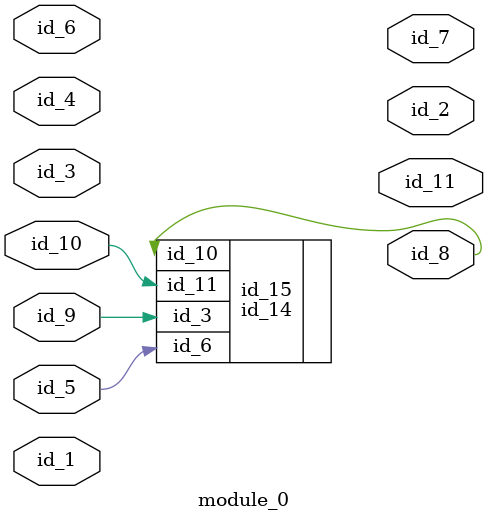
<source format=v>
module module_0 (
    id_1,
    id_2,
    id_3,
    id_4,
    id_5,
    id_6,
    id_7,
    id_8,
    id_9,
    id_10,
    id_11
);
  output id_11;
  input id_10;
  input id_9;
  output id_8;
  output id_7;
  input id_6;
  input id_5;
  input id_4;
  input id_3;
  output id_2;
  input id_1;
  id_12 id_13 (
      .id_5(id_10),
      .id_5(id_1),
      .id_2(id_6)
  );
  id_14 id_15 (
      .id_3 (id_2),
      .id_6 (id_5),
      .id_10(1),
      .id_10(1),
      .id_10(id_8),
      .id_11(id_10),
      .id_3 (id_9)
  );
endmodule

</source>
